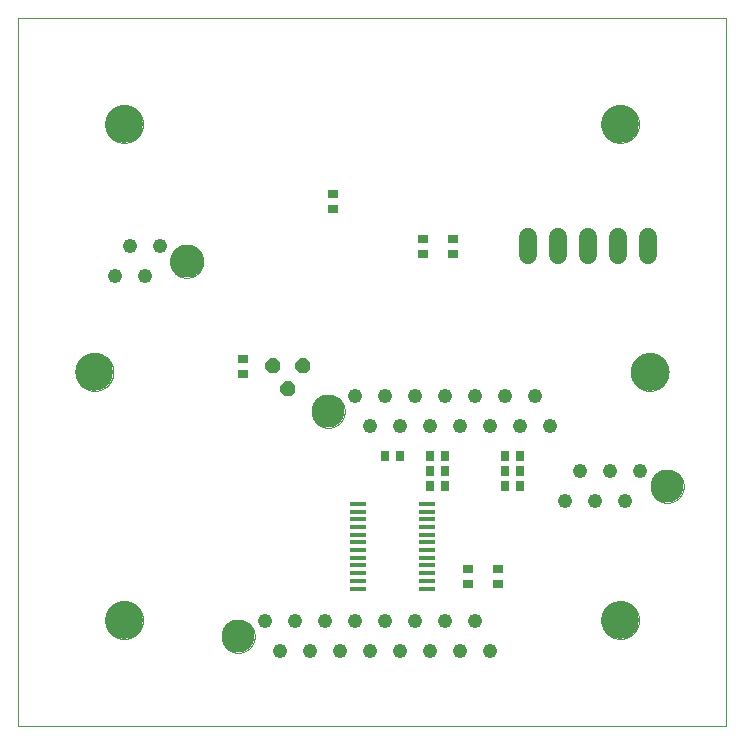
<source format=gbs>
G75*
%MOIN*%
%OFA0B0*%
%FSLAX25Y25*%
%IPPOS*%
%LPD*%
%AMOC8*
5,1,8,0,0,1.08239X$1,22.5*
%
%ADD10C,0.00000*%
%ADD11C,0.12598*%
%ADD12C,0.11024*%
%ADD13C,0.06000*%
%ADD14R,0.03543X0.02756*%
%ADD15R,0.02756X0.03543*%
%ADD16C,0.04800*%
%ADD17R,0.05800X0.01400*%
%ADD18OC8,0.05000*%
D10*
X0001000Y0001000D02*
X0001000Y0237220D01*
X0237220Y0237220D01*
X0237220Y0001000D01*
X0001000Y0001000D01*
X0030134Y0036433D02*
X0030136Y0036591D01*
X0030142Y0036749D01*
X0030152Y0036907D01*
X0030166Y0037065D01*
X0030184Y0037222D01*
X0030205Y0037379D01*
X0030231Y0037535D01*
X0030261Y0037691D01*
X0030294Y0037846D01*
X0030332Y0037999D01*
X0030373Y0038152D01*
X0030418Y0038304D01*
X0030467Y0038455D01*
X0030520Y0038604D01*
X0030576Y0038752D01*
X0030636Y0038898D01*
X0030700Y0039043D01*
X0030768Y0039186D01*
X0030839Y0039328D01*
X0030913Y0039468D01*
X0030991Y0039605D01*
X0031073Y0039741D01*
X0031157Y0039875D01*
X0031246Y0040006D01*
X0031337Y0040135D01*
X0031432Y0040262D01*
X0031529Y0040387D01*
X0031630Y0040509D01*
X0031734Y0040628D01*
X0031841Y0040745D01*
X0031951Y0040859D01*
X0032064Y0040970D01*
X0032179Y0041079D01*
X0032297Y0041184D01*
X0032418Y0041286D01*
X0032541Y0041386D01*
X0032667Y0041482D01*
X0032795Y0041575D01*
X0032925Y0041665D01*
X0033058Y0041751D01*
X0033193Y0041835D01*
X0033329Y0041914D01*
X0033468Y0041991D01*
X0033609Y0042063D01*
X0033751Y0042133D01*
X0033895Y0042198D01*
X0034041Y0042260D01*
X0034188Y0042318D01*
X0034337Y0042373D01*
X0034487Y0042424D01*
X0034638Y0042471D01*
X0034790Y0042514D01*
X0034943Y0042553D01*
X0035098Y0042589D01*
X0035253Y0042620D01*
X0035409Y0042648D01*
X0035565Y0042672D01*
X0035722Y0042692D01*
X0035880Y0042708D01*
X0036037Y0042720D01*
X0036196Y0042728D01*
X0036354Y0042732D01*
X0036512Y0042732D01*
X0036670Y0042728D01*
X0036829Y0042720D01*
X0036986Y0042708D01*
X0037144Y0042692D01*
X0037301Y0042672D01*
X0037457Y0042648D01*
X0037613Y0042620D01*
X0037768Y0042589D01*
X0037923Y0042553D01*
X0038076Y0042514D01*
X0038228Y0042471D01*
X0038379Y0042424D01*
X0038529Y0042373D01*
X0038678Y0042318D01*
X0038825Y0042260D01*
X0038971Y0042198D01*
X0039115Y0042133D01*
X0039257Y0042063D01*
X0039398Y0041991D01*
X0039537Y0041914D01*
X0039673Y0041835D01*
X0039808Y0041751D01*
X0039941Y0041665D01*
X0040071Y0041575D01*
X0040199Y0041482D01*
X0040325Y0041386D01*
X0040448Y0041286D01*
X0040569Y0041184D01*
X0040687Y0041079D01*
X0040802Y0040970D01*
X0040915Y0040859D01*
X0041025Y0040745D01*
X0041132Y0040628D01*
X0041236Y0040509D01*
X0041337Y0040387D01*
X0041434Y0040262D01*
X0041529Y0040135D01*
X0041620Y0040006D01*
X0041709Y0039875D01*
X0041793Y0039741D01*
X0041875Y0039605D01*
X0041953Y0039468D01*
X0042027Y0039328D01*
X0042098Y0039186D01*
X0042166Y0039043D01*
X0042230Y0038898D01*
X0042290Y0038752D01*
X0042346Y0038604D01*
X0042399Y0038455D01*
X0042448Y0038304D01*
X0042493Y0038152D01*
X0042534Y0037999D01*
X0042572Y0037846D01*
X0042605Y0037691D01*
X0042635Y0037535D01*
X0042661Y0037379D01*
X0042682Y0037222D01*
X0042700Y0037065D01*
X0042714Y0036907D01*
X0042724Y0036749D01*
X0042730Y0036591D01*
X0042732Y0036433D01*
X0042730Y0036275D01*
X0042724Y0036117D01*
X0042714Y0035959D01*
X0042700Y0035801D01*
X0042682Y0035644D01*
X0042661Y0035487D01*
X0042635Y0035331D01*
X0042605Y0035175D01*
X0042572Y0035020D01*
X0042534Y0034867D01*
X0042493Y0034714D01*
X0042448Y0034562D01*
X0042399Y0034411D01*
X0042346Y0034262D01*
X0042290Y0034114D01*
X0042230Y0033968D01*
X0042166Y0033823D01*
X0042098Y0033680D01*
X0042027Y0033538D01*
X0041953Y0033398D01*
X0041875Y0033261D01*
X0041793Y0033125D01*
X0041709Y0032991D01*
X0041620Y0032860D01*
X0041529Y0032731D01*
X0041434Y0032604D01*
X0041337Y0032479D01*
X0041236Y0032357D01*
X0041132Y0032238D01*
X0041025Y0032121D01*
X0040915Y0032007D01*
X0040802Y0031896D01*
X0040687Y0031787D01*
X0040569Y0031682D01*
X0040448Y0031580D01*
X0040325Y0031480D01*
X0040199Y0031384D01*
X0040071Y0031291D01*
X0039941Y0031201D01*
X0039808Y0031115D01*
X0039673Y0031031D01*
X0039537Y0030952D01*
X0039398Y0030875D01*
X0039257Y0030803D01*
X0039115Y0030733D01*
X0038971Y0030668D01*
X0038825Y0030606D01*
X0038678Y0030548D01*
X0038529Y0030493D01*
X0038379Y0030442D01*
X0038228Y0030395D01*
X0038076Y0030352D01*
X0037923Y0030313D01*
X0037768Y0030277D01*
X0037613Y0030246D01*
X0037457Y0030218D01*
X0037301Y0030194D01*
X0037144Y0030174D01*
X0036986Y0030158D01*
X0036829Y0030146D01*
X0036670Y0030138D01*
X0036512Y0030134D01*
X0036354Y0030134D01*
X0036196Y0030138D01*
X0036037Y0030146D01*
X0035880Y0030158D01*
X0035722Y0030174D01*
X0035565Y0030194D01*
X0035409Y0030218D01*
X0035253Y0030246D01*
X0035098Y0030277D01*
X0034943Y0030313D01*
X0034790Y0030352D01*
X0034638Y0030395D01*
X0034487Y0030442D01*
X0034337Y0030493D01*
X0034188Y0030548D01*
X0034041Y0030606D01*
X0033895Y0030668D01*
X0033751Y0030733D01*
X0033609Y0030803D01*
X0033468Y0030875D01*
X0033329Y0030952D01*
X0033193Y0031031D01*
X0033058Y0031115D01*
X0032925Y0031201D01*
X0032795Y0031291D01*
X0032667Y0031384D01*
X0032541Y0031480D01*
X0032418Y0031580D01*
X0032297Y0031682D01*
X0032179Y0031787D01*
X0032064Y0031896D01*
X0031951Y0032007D01*
X0031841Y0032121D01*
X0031734Y0032238D01*
X0031630Y0032357D01*
X0031529Y0032479D01*
X0031432Y0032604D01*
X0031337Y0032731D01*
X0031246Y0032860D01*
X0031157Y0032991D01*
X0031073Y0033125D01*
X0030991Y0033261D01*
X0030913Y0033398D01*
X0030839Y0033538D01*
X0030768Y0033680D01*
X0030700Y0033823D01*
X0030636Y0033968D01*
X0030576Y0034114D01*
X0030520Y0034262D01*
X0030467Y0034411D01*
X0030418Y0034562D01*
X0030373Y0034714D01*
X0030332Y0034867D01*
X0030294Y0035020D01*
X0030261Y0035175D01*
X0030231Y0035331D01*
X0030205Y0035487D01*
X0030184Y0035644D01*
X0030166Y0035801D01*
X0030152Y0035959D01*
X0030142Y0036117D01*
X0030136Y0036275D01*
X0030134Y0036433D01*
X0068988Y0031000D02*
X0068990Y0031148D01*
X0068996Y0031296D01*
X0069006Y0031444D01*
X0069020Y0031591D01*
X0069038Y0031738D01*
X0069059Y0031884D01*
X0069085Y0032030D01*
X0069115Y0032175D01*
X0069148Y0032319D01*
X0069186Y0032462D01*
X0069227Y0032604D01*
X0069272Y0032745D01*
X0069320Y0032885D01*
X0069373Y0033024D01*
X0069429Y0033161D01*
X0069489Y0033296D01*
X0069552Y0033430D01*
X0069619Y0033562D01*
X0069690Y0033692D01*
X0069764Y0033820D01*
X0069841Y0033946D01*
X0069922Y0034070D01*
X0070006Y0034192D01*
X0070093Y0034311D01*
X0070184Y0034428D01*
X0070278Y0034543D01*
X0070374Y0034655D01*
X0070474Y0034765D01*
X0070576Y0034871D01*
X0070682Y0034975D01*
X0070790Y0035076D01*
X0070901Y0035174D01*
X0071014Y0035270D01*
X0071130Y0035362D01*
X0071248Y0035451D01*
X0071369Y0035536D01*
X0071492Y0035619D01*
X0071617Y0035698D01*
X0071744Y0035774D01*
X0071873Y0035846D01*
X0072004Y0035915D01*
X0072137Y0035980D01*
X0072272Y0036041D01*
X0072408Y0036099D01*
X0072545Y0036154D01*
X0072684Y0036204D01*
X0072825Y0036251D01*
X0072966Y0036294D01*
X0073109Y0036334D01*
X0073253Y0036369D01*
X0073397Y0036401D01*
X0073543Y0036428D01*
X0073689Y0036452D01*
X0073836Y0036472D01*
X0073983Y0036488D01*
X0074130Y0036500D01*
X0074278Y0036508D01*
X0074426Y0036512D01*
X0074574Y0036512D01*
X0074722Y0036508D01*
X0074870Y0036500D01*
X0075017Y0036488D01*
X0075164Y0036472D01*
X0075311Y0036452D01*
X0075457Y0036428D01*
X0075603Y0036401D01*
X0075747Y0036369D01*
X0075891Y0036334D01*
X0076034Y0036294D01*
X0076175Y0036251D01*
X0076316Y0036204D01*
X0076455Y0036154D01*
X0076592Y0036099D01*
X0076728Y0036041D01*
X0076863Y0035980D01*
X0076996Y0035915D01*
X0077127Y0035846D01*
X0077256Y0035774D01*
X0077383Y0035698D01*
X0077508Y0035619D01*
X0077631Y0035536D01*
X0077752Y0035451D01*
X0077870Y0035362D01*
X0077986Y0035270D01*
X0078099Y0035174D01*
X0078210Y0035076D01*
X0078318Y0034975D01*
X0078424Y0034871D01*
X0078526Y0034765D01*
X0078626Y0034655D01*
X0078722Y0034543D01*
X0078816Y0034428D01*
X0078907Y0034311D01*
X0078994Y0034192D01*
X0079078Y0034070D01*
X0079159Y0033946D01*
X0079236Y0033820D01*
X0079310Y0033692D01*
X0079381Y0033562D01*
X0079448Y0033430D01*
X0079511Y0033296D01*
X0079571Y0033161D01*
X0079627Y0033024D01*
X0079680Y0032885D01*
X0079728Y0032745D01*
X0079773Y0032604D01*
X0079814Y0032462D01*
X0079852Y0032319D01*
X0079885Y0032175D01*
X0079915Y0032030D01*
X0079941Y0031884D01*
X0079962Y0031738D01*
X0079980Y0031591D01*
X0079994Y0031444D01*
X0080004Y0031296D01*
X0080010Y0031148D01*
X0080012Y0031000D01*
X0080010Y0030852D01*
X0080004Y0030704D01*
X0079994Y0030556D01*
X0079980Y0030409D01*
X0079962Y0030262D01*
X0079941Y0030116D01*
X0079915Y0029970D01*
X0079885Y0029825D01*
X0079852Y0029681D01*
X0079814Y0029538D01*
X0079773Y0029396D01*
X0079728Y0029255D01*
X0079680Y0029115D01*
X0079627Y0028976D01*
X0079571Y0028839D01*
X0079511Y0028704D01*
X0079448Y0028570D01*
X0079381Y0028438D01*
X0079310Y0028308D01*
X0079236Y0028180D01*
X0079159Y0028054D01*
X0079078Y0027930D01*
X0078994Y0027808D01*
X0078907Y0027689D01*
X0078816Y0027572D01*
X0078722Y0027457D01*
X0078626Y0027345D01*
X0078526Y0027235D01*
X0078424Y0027129D01*
X0078318Y0027025D01*
X0078210Y0026924D01*
X0078099Y0026826D01*
X0077986Y0026730D01*
X0077870Y0026638D01*
X0077752Y0026549D01*
X0077631Y0026464D01*
X0077508Y0026381D01*
X0077383Y0026302D01*
X0077256Y0026226D01*
X0077127Y0026154D01*
X0076996Y0026085D01*
X0076863Y0026020D01*
X0076728Y0025959D01*
X0076592Y0025901D01*
X0076455Y0025846D01*
X0076316Y0025796D01*
X0076175Y0025749D01*
X0076034Y0025706D01*
X0075891Y0025666D01*
X0075747Y0025631D01*
X0075603Y0025599D01*
X0075457Y0025572D01*
X0075311Y0025548D01*
X0075164Y0025528D01*
X0075017Y0025512D01*
X0074870Y0025500D01*
X0074722Y0025492D01*
X0074574Y0025488D01*
X0074426Y0025488D01*
X0074278Y0025492D01*
X0074130Y0025500D01*
X0073983Y0025512D01*
X0073836Y0025528D01*
X0073689Y0025548D01*
X0073543Y0025572D01*
X0073397Y0025599D01*
X0073253Y0025631D01*
X0073109Y0025666D01*
X0072966Y0025706D01*
X0072825Y0025749D01*
X0072684Y0025796D01*
X0072545Y0025846D01*
X0072408Y0025901D01*
X0072272Y0025959D01*
X0072137Y0026020D01*
X0072004Y0026085D01*
X0071873Y0026154D01*
X0071744Y0026226D01*
X0071617Y0026302D01*
X0071492Y0026381D01*
X0071369Y0026464D01*
X0071248Y0026549D01*
X0071130Y0026638D01*
X0071014Y0026730D01*
X0070901Y0026826D01*
X0070790Y0026924D01*
X0070682Y0027025D01*
X0070576Y0027129D01*
X0070474Y0027235D01*
X0070374Y0027345D01*
X0070278Y0027457D01*
X0070184Y0027572D01*
X0070093Y0027689D01*
X0070006Y0027808D01*
X0069922Y0027930D01*
X0069841Y0028054D01*
X0069764Y0028180D01*
X0069690Y0028308D01*
X0069619Y0028438D01*
X0069552Y0028570D01*
X0069489Y0028704D01*
X0069429Y0028839D01*
X0069373Y0028976D01*
X0069320Y0029115D01*
X0069272Y0029255D01*
X0069227Y0029396D01*
X0069186Y0029538D01*
X0069148Y0029681D01*
X0069115Y0029825D01*
X0069085Y0029970D01*
X0069059Y0030116D01*
X0069038Y0030262D01*
X0069020Y0030409D01*
X0069006Y0030556D01*
X0068996Y0030704D01*
X0068990Y0030852D01*
X0068988Y0031000D01*
X0098988Y0106000D02*
X0098990Y0106148D01*
X0098996Y0106296D01*
X0099006Y0106444D01*
X0099020Y0106591D01*
X0099038Y0106738D01*
X0099059Y0106884D01*
X0099085Y0107030D01*
X0099115Y0107175D01*
X0099148Y0107319D01*
X0099186Y0107462D01*
X0099227Y0107604D01*
X0099272Y0107745D01*
X0099320Y0107885D01*
X0099373Y0108024D01*
X0099429Y0108161D01*
X0099489Y0108296D01*
X0099552Y0108430D01*
X0099619Y0108562D01*
X0099690Y0108692D01*
X0099764Y0108820D01*
X0099841Y0108946D01*
X0099922Y0109070D01*
X0100006Y0109192D01*
X0100093Y0109311D01*
X0100184Y0109428D01*
X0100278Y0109543D01*
X0100374Y0109655D01*
X0100474Y0109765D01*
X0100576Y0109871D01*
X0100682Y0109975D01*
X0100790Y0110076D01*
X0100901Y0110174D01*
X0101014Y0110270D01*
X0101130Y0110362D01*
X0101248Y0110451D01*
X0101369Y0110536D01*
X0101492Y0110619D01*
X0101617Y0110698D01*
X0101744Y0110774D01*
X0101873Y0110846D01*
X0102004Y0110915D01*
X0102137Y0110980D01*
X0102272Y0111041D01*
X0102408Y0111099D01*
X0102545Y0111154D01*
X0102684Y0111204D01*
X0102825Y0111251D01*
X0102966Y0111294D01*
X0103109Y0111334D01*
X0103253Y0111369D01*
X0103397Y0111401D01*
X0103543Y0111428D01*
X0103689Y0111452D01*
X0103836Y0111472D01*
X0103983Y0111488D01*
X0104130Y0111500D01*
X0104278Y0111508D01*
X0104426Y0111512D01*
X0104574Y0111512D01*
X0104722Y0111508D01*
X0104870Y0111500D01*
X0105017Y0111488D01*
X0105164Y0111472D01*
X0105311Y0111452D01*
X0105457Y0111428D01*
X0105603Y0111401D01*
X0105747Y0111369D01*
X0105891Y0111334D01*
X0106034Y0111294D01*
X0106175Y0111251D01*
X0106316Y0111204D01*
X0106455Y0111154D01*
X0106592Y0111099D01*
X0106728Y0111041D01*
X0106863Y0110980D01*
X0106996Y0110915D01*
X0107127Y0110846D01*
X0107256Y0110774D01*
X0107383Y0110698D01*
X0107508Y0110619D01*
X0107631Y0110536D01*
X0107752Y0110451D01*
X0107870Y0110362D01*
X0107986Y0110270D01*
X0108099Y0110174D01*
X0108210Y0110076D01*
X0108318Y0109975D01*
X0108424Y0109871D01*
X0108526Y0109765D01*
X0108626Y0109655D01*
X0108722Y0109543D01*
X0108816Y0109428D01*
X0108907Y0109311D01*
X0108994Y0109192D01*
X0109078Y0109070D01*
X0109159Y0108946D01*
X0109236Y0108820D01*
X0109310Y0108692D01*
X0109381Y0108562D01*
X0109448Y0108430D01*
X0109511Y0108296D01*
X0109571Y0108161D01*
X0109627Y0108024D01*
X0109680Y0107885D01*
X0109728Y0107745D01*
X0109773Y0107604D01*
X0109814Y0107462D01*
X0109852Y0107319D01*
X0109885Y0107175D01*
X0109915Y0107030D01*
X0109941Y0106884D01*
X0109962Y0106738D01*
X0109980Y0106591D01*
X0109994Y0106444D01*
X0110004Y0106296D01*
X0110010Y0106148D01*
X0110012Y0106000D01*
X0110010Y0105852D01*
X0110004Y0105704D01*
X0109994Y0105556D01*
X0109980Y0105409D01*
X0109962Y0105262D01*
X0109941Y0105116D01*
X0109915Y0104970D01*
X0109885Y0104825D01*
X0109852Y0104681D01*
X0109814Y0104538D01*
X0109773Y0104396D01*
X0109728Y0104255D01*
X0109680Y0104115D01*
X0109627Y0103976D01*
X0109571Y0103839D01*
X0109511Y0103704D01*
X0109448Y0103570D01*
X0109381Y0103438D01*
X0109310Y0103308D01*
X0109236Y0103180D01*
X0109159Y0103054D01*
X0109078Y0102930D01*
X0108994Y0102808D01*
X0108907Y0102689D01*
X0108816Y0102572D01*
X0108722Y0102457D01*
X0108626Y0102345D01*
X0108526Y0102235D01*
X0108424Y0102129D01*
X0108318Y0102025D01*
X0108210Y0101924D01*
X0108099Y0101826D01*
X0107986Y0101730D01*
X0107870Y0101638D01*
X0107752Y0101549D01*
X0107631Y0101464D01*
X0107508Y0101381D01*
X0107383Y0101302D01*
X0107256Y0101226D01*
X0107127Y0101154D01*
X0106996Y0101085D01*
X0106863Y0101020D01*
X0106728Y0100959D01*
X0106592Y0100901D01*
X0106455Y0100846D01*
X0106316Y0100796D01*
X0106175Y0100749D01*
X0106034Y0100706D01*
X0105891Y0100666D01*
X0105747Y0100631D01*
X0105603Y0100599D01*
X0105457Y0100572D01*
X0105311Y0100548D01*
X0105164Y0100528D01*
X0105017Y0100512D01*
X0104870Y0100500D01*
X0104722Y0100492D01*
X0104574Y0100488D01*
X0104426Y0100488D01*
X0104278Y0100492D01*
X0104130Y0100500D01*
X0103983Y0100512D01*
X0103836Y0100528D01*
X0103689Y0100548D01*
X0103543Y0100572D01*
X0103397Y0100599D01*
X0103253Y0100631D01*
X0103109Y0100666D01*
X0102966Y0100706D01*
X0102825Y0100749D01*
X0102684Y0100796D01*
X0102545Y0100846D01*
X0102408Y0100901D01*
X0102272Y0100959D01*
X0102137Y0101020D01*
X0102004Y0101085D01*
X0101873Y0101154D01*
X0101744Y0101226D01*
X0101617Y0101302D01*
X0101492Y0101381D01*
X0101369Y0101464D01*
X0101248Y0101549D01*
X0101130Y0101638D01*
X0101014Y0101730D01*
X0100901Y0101826D01*
X0100790Y0101924D01*
X0100682Y0102025D01*
X0100576Y0102129D01*
X0100474Y0102235D01*
X0100374Y0102345D01*
X0100278Y0102457D01*
X0100184Y0102572D01*
X0100093Y0102689D01*
X0100006Y0102808D01*
X0099922Y0102930D01*
X0099841Y0103054D01*
X0099764Y0103180D01*
X0099690Y0103308D01*
X0099619Y0103438D01*
X0099552Y0103570D01*
X0099489Y0103704D01*
X0099429Y0103839D01*
X0099373Y0103976D01*
X0099320Y0104115D01*
X0099272Y0104255D01*
X0099227Y0104396D01*
X0099186Y0104538D01*
X0099148Y0104681D01*
X0099115Y0104825D01*
X0099085Y0104970D01*
X0099059Y0105116D01*
X0099038Y0105262D01*
X0099020Y0105409D01*
X0099006Y0105556D01*
X0098996Y0105704D01*
X0098990Y0105852D01*
X0098988Y0106000D01*
X0051788Y0156000D02*
X0051790Y0156148D01*
X0051796Y0156296D01*
X0051806Y0156444D01*
X0051820Y0156591D01*
X0051838Y0156738D01*
X0051859Y0156884D01*
X0051885Y0157030D01*
X0051915Y0157175D01*
X0051948Y0157319D01*
X0051986Y0157462D01*
X0052027Y0157604D01*
X0052072Y0157745D01*
X0052120Y0157885D01*
X0052173Y0158024D01*
X0052229Y0158161D01*
X0052289Y0158296D01*
X0052352Y0158430D01*
X0052419Y0158562D01*
X0052490Y0158692D01*
X0052564Y0158820D01*
X0052641Y0158946D01*
X0052722Y0159070D01*
X0052806Y0159192D01*
X0052893Y0159311D01*
X0052984Y0159428D01*
X0053078Y0159543D01*
X0053174Y0159655D01*
X0053274Y0159765D01*
X0053376Y0159871D01*
X0053482Y0159975D01*
X0053590Y0160076D01*
X0053701Y0160174D01*
X0053814Y0160270D01*
X0053930Y0160362D01*
X0054048Y0160451D01*
X0054169Y0160536D01*
X0054292Y0160619D01*
X0054417Y0160698D01*
X0054544Y0160774D01*
X0054673Y0160846D01*
X0054804Y0160915D01*
X0054937Y0160980D01*
X0055072Y0161041D01*
X0055208Y0161099D01*
X0055345Y0161154D01*
X0055484Y0161204D01*
X0055625Y0161251D01*
X0055766Y0161294D01*
X0055909Y0161334D01*
X0056053Y0161369D01*
X0056197Y0161401D01*
X0056343Y0161428D01*
X0056489Y0161452D01*
X0056636Y0161472D01*
X0056783Y0161488D01*
X0056930Y0161500D01*
X0057078Y0161508D01*
X0057226Y0161512D01*
X0057374Y0161512D01*
X0057522Y0161508D01*
X0057670Y0161500D01*
X0057817Y0161488D01*
X0057964Y0161472D01*
X0058111Y0161452D01*
X0058257Y0161428D01*
X0058403Y0161401D01*
X0058547Y0161369D01*
X0058691Y0161334D01*
X0058834Y0161294D01*
X0058975Y0161251D01*
X0059116Y0161204D01*
X0059255Y0161154D01*
X0059392Y0161099D01*
X0059528Y0161041D01*
X0059663Y0160980D01*
X0059796Y0160915D01*
X0059927Y0160846D01*
X0060056Y0160774D01*
X0060183Y0160698D01*
X0060308Y0160619D01*
X0060431Y0160536D01*
X0060552Y0160451D01*
X0060670Y0160362D01*
X0060786Y0160270D01*
X0060899Y0160174D01*
X0061010Y0160076D01*
X0061118Y0159975D01*
X0061224Y0159871D01*
X0061326Y0159765D01*
X0061426Y0159655D01*
X0061522Y0159543D01*
X0061616Y0159428D01*
X0061707Y0159311D01*
X0061794Y0159192D01*
X0061878Y0159070D01*
X0061959Y0158946D01*
X0062036Y0158820D01*
X0062110Y0158692D01*
X0062181Y0158562D01*
X0062248Y0158430D01*
X0062311Y0158296D01*
X0062371Y0158161D01*
X0062427Y0158024D01*
X0062480Y0157885D01*
X0062528Y0157745D01*
X0062573Y0157604D01*
X0062614Y0157462D01*
X0062652Y0157319D01*
X0062685Y0157175D01*
X0062715Y0157030D01*
X0062741Y0156884D01*
X0062762Y0156738D01*
X0062780Y0156591D01*
X0062794Y0156444D01*
X0062804Y0156296D01*
X0062810Y0156148D01*
X0062812Y0156000D01*
X0062810Y0155852D01*
X0062804Y0155704D01*
X0062794Y0155556D01*
X0062780Y0155409D01*
X0062762Y0155262D01*
X0062741Y0155116D01*
X0062715Y0154970D01*
X0062685Y0154825D01*
X0062652Y0154681D01*
X0062614Y0154538D01*
X0062573Y0154396D01*
X0062528Y0154255D01*
X0062480Y0154115D01*
X0062427Y0153976D01*
X0062371Y0153839D01*
X0062311Y0153704D01*
X0062248Y0153570D01*
X0062181Y0153438D01*
X0062110Y0153308D01*
X0062036Y0153180D01*
X0061959Y0153054D01*
X0061878Y0152930D01*
X0061794Y0152808D01*
X0061707Y0152689D01*
X0061616Y0152572D01*
X0061522Y0152457D01*
X0061426Y0152345D01*
X0061326Y0152235D01*
X0061224Y0152129D01*
X0061118Y0152025D01*
X0061010Y0151924D01*
X0060899Y0151826D01*
X0060786Y0151730D01*
X0060670Y0151638D01*
X0060552Y0151549D01*
X0060431Y0151464D01*
X0060308Y0151381D01*
X0060183Y0151302D01*
X0060056Y0151226D01*
X0059927Y0151154D01*
X0059796Y0151085D01*
X0059663Y0151020D01*
X0059528Y0150959D01*
X0059392Y0150901D01*
X0059255Y0150846D01*
X0059116Y0150796D01*
X0058975Y0150749D01*
X0058834Y0150706D01*
X0058691Y0150666D01*
X0058547Y0150631D01*
X0058403Y0150599D01*
X0058257Y0150572D01*
X0058111Y0150548D01*
X0057964Y0150528D01*
X0057817Y0150512D01*
X0057670Y0150500D01*
X0057522Y0150492D01*
X0057374Y0150488D01*
X0057226Y0150488D01*
X0057078Y0150492D01*
X0056930Y0150500D01*
X0056783Y0150512D01*
X0056636Y0150528D01*
X0056489Y0150548D01*
X0056343Y0150572D01*
X0056197Y0150599D01*
X0056053Y0150631D01*
X0055909Y0150666D01*
X0055766Y0150706D01*
X0055625Y0150749D01*
X0055484Y0150796D01*
X0055345Y0150846D01*
X0055208Y0150901D01*
X0055072Y0150959D01*
X0054937Y0151020D01*
X0054804Y0151085D01*
X0054673Y0151154D01*
X0054544Y0151226D01*
X0054417Y0151302D01*
X0054292Y0151381D01*
X0054169Y0151464D01*
X0054048Y0151549D01*
X0053930Y0151638D01*
X0053814Y0151730D01*
X0053701Y0151826D01*
X0053590Y0151924D01*
X0053482Y0152025D01*
X0053376Y0152129D01*
X0053274Y0152235D01*
X0053174Y0152345D01*
X0053078Y0152457D01*
X0052984Y0152572D01*
X0052893Y0152689D01*
X0052806Y0152808D01*
X0052722Y0152930D01*
X0052641Y0153054D01*
X0052564Y0153180D01*
X0052490Y0153308D01*
X0052419Y0153438D01*
X0052352Y0153570D01*
X0052289Y0153704D01*
X0052229Y0153839D01*
X0052173Y0153976D01*
X0052120Y0154115D01*
X0052072Y0154255D01*
X0052027Y0154396D01*
X0051986Y0154538D01*
X0051948Y0154681D01*
X0051915Y0154825D01*
X0051885Y0154970D01*
X0051859Y0155116D01*
X0051838Y0155262D01*
X0051820Y0155409D01*
X0051806Y0155556D01*
X0051796Y0155704D01*
X0051790Y0155852D01*
X0051788Y0156000D01*
X0020292Y0119110D02*
X0020294Y0119268D01*
X0020300Y0119426D01*
X0020310Y0119584D01*
X0020324Y0119742D01*
X0020342Y0119899D01*
X0020363Y0120056D01*
X0020389Y0120212D01*
X0020419Y0120368D01*
X0020452Y0120523D01*
X0020490Y0120676D01*
X0020531Y0120829D01*
X0020576Y0120981D01*
X0020625Y0121132D01*
X0020678Y0121281D01*
X0020734Y0121429D01*
X0020794Y0121575D01*
X0020858Y0121720D01*
X0020926Y0121863D01*
X0020997Y0122005D01*
X0021071Y0122145D01*
X0021149Y0122282D01*
X0021231Y0122418D01*
X0021315Y0122552D01*
X0021404Y0122683D01*
X0021495Y0122812D01*
X0021590Y0122939D01*
X0021687Y0123064D01*
X0021788Y0123186D01*
X0021892Y0123305D01*
X0021999Y0123422D01*
X0022109Y0123536D01*
X0022222Y0123647D01*
X0022337Y0123756D01*
X0022455Y0123861D01*
X0022576Y0123963D01*
X0022699Y0124063D01*
X0022825Y0124159D01*
X0022953Y0124252D01*
X0023083Y0124342D01*
X0023216Y0124428D01*
X0023351Y0124512D01*
X0023487Y0124591D01*
X0023626Y0124668D01*
X0023767Y0124740D01*
X0023909Y0124810D01*
X0024053Y0124875D01*
X0024199Y0124937D01*
X0024346Y0124995D01*
X0024495Y0125050D01*
X0024645Y0125101D01*
X0024796Y0125148D01*
X0024948Y0125191D01*
X0025101Y0125230D01*
X0025256Y0125266D01*
X0025411Y0125297D01*
X0025567Y0125325D01*
X0025723Y0125349D01*
X0025880Y0125369D01*
X0026038Y0125385D01*
X0026195Y0125397D01*
X0026354Y0125405D01*
X0026512Y0125409D01*
X0026670Y0125409D01*
X0026828Y0125405D01*
X0026987Y0125397D01*
X0027144Y0125385D01*
X0027302Y0125369D01*
X0027459Y0125349D01*
X0027615Y0125325D01*
X0027771Y0125297D01*
X0027926Y0125266D01*
X0028081Y0125230D01*
X0028234Y0125191D01*
X0028386Y0125148D01*
X0028537Y0125101D01*
X0028687Y0125050D01*
X0028836Y0124995D01*
X0028983Y0124937D01*
X0029129Y0124875D01*
X0029273Y0124810D01*
X0029415Y0124740D01*
X0029556Y0124668D01*
X0029695Y0124591D01*
X0029831Y0124512D01*
X0029966Y0124428D01*
X0030099Y0124342D01*
X0030229Y0124252D01*
X0030357Y0124159D01*
X0030483Y0124063D01*
X0030606Y0123963D01*
X0030727Y0123861D01*
X0030845Y0123756D01*
X0030960Y0123647D01*
X0031073Y0123536D01*
X0031183Y0123422D01*
X0031290Y0123305D01*
X0031394Y0123186D01*
X0031495Y0123064D01*
X0031592Y0122939D01*
X0031687Y0122812D01*
X0031778Y0122683D01*
X0031867Y0122552D01*
X0031951Y0122418D01*
X0032033Y0122282D01*
X0032111Y0122145D01*
X0032185Y0122005D01*
X0032256Y0121863D01*
X0032324Y0121720D01*
X0032388Y0121575D01*
X0032448Y0121429D01*
X0032504Y0121281D01*
X0032557Y0121132D01*
X0032606Y0120981D01*
X0032651Y0120829D01*
X0032692Y0120676D01*
X0032730Y0120523D01*
X0032763Y0120368D01*
X0032793Y0120212D01*
X0032819Y0120056D01*
X0032840Y0119899D01*
X0032858Y0119742D01*
X0032872Y0119584D01*
X0032882Y0119426D01*
X0032888Y0119268D01*
X0032890Y0119110D01*
X0032888Y0118952D01*
X0032882Y0118794D01*
X0032872Y0118636D01*
X0032858Y0118478D01*
X0032840Y0118321D01*
X0032819Y0118164D01*
X0032793Y0118008D01*
X0032763Y0117852D01*
X0032730Y0117697D01*
X0032692Y0117544D01*
X0032651Y0117391D01*
X0032606Y0117239D01*
X0032557Y0117088D01*
X0032504Y0116939D01*
X0032448Y0116791D01*
X0032388Y0116645D01*
X0032324Y0116500D01*
X0032256Y0116357D01*
X0032185Y0116215D01*
X0032111Y0116075D01*
X0032033Y0115938D01*
X0031951Y0115802D01*
X0031867Y0115668D01*
X0031778Y0115537D01*
X0031687Y0115408D01*
X0031592Y0115281D01*
X0031495Y0115156D01*
X0031394Y0115034D01*
X0031290Y0114915D01*
X0031183Y0114798D01*
X0031073Y0114684D01*
X0030960Y0114573D01*
X0030845Y0114464D01*
X0030727Y0114359D01*
X0030606Y0114257D01*
X0030483Y0114157D01*
X0030357Y0114061D01*
X0030229Y0113968D01*
X0030099Y0113878D01*
X0029966Y0113792D01*
X0029831Y0113708D01*
X0029695Y0113629D01*
X0029556Y0113552D01*
X0029415Y0113480D01*
X0029273Y0113410D01*
X0029129Y0113345D01*
X0028983Y0113283D01*
X0028836Y0113225D01*
X0028687Y0113170D01*
X0028537Y0113119D01*
X0028386Y0113072D01*
X0028234Y0113029D01*
X0028081Y0112990D01*
X0027926Y0112954D01*
X0027771Y0112923D01*
X0027615Y0112895D01*
X0027459Y0112871D01*
X0027302Y0112851D01*
X0027144Y0112835D01*
X0026987Y0112823D01*
X0026828Y0112815D01*
X0026670Y0112811D01*
X0026512Y0112811D01*
X0026354Y0112815D01*
X0026195Y0112823D01*
X0026038Y0112835D01*
X0025880Y0112851D01*
X0025723Y0112871D01*
X0025567Y0112895D01*
X0025411Y0112923D01*
X0025256Y0112954D01*
X0025101Y0112990D01*
X0024948Y0113029D01*
X0024796Y0113072D01*
X0024645Y0113119D01*
X0024495Y0113170D01*
X0024346Y0113225D01*
X0024199Y0113283D01*
X0024053Y0113345D01*
X0023909Y0113410D01*
X0023767Y0113480D01*
X0023626Y0113552D01*
X0023487Y0113629D01*
X0023351Y0113708D01*
X0023216Y0113792D01*
X0023083Y0113878D01*
X0022953Y0113968D01*
X0022825Y0114061D01*
X0022699Y0114157D01*
X0022576Y0114257D01*
X0022455Y0114359D01*
X0022337Y0114464D01*
X0022222Y0114573D01*
X0022109Y0114684D01*
X0021999Y0114798D01*
X0021892Y0114915D01*
X0021788Y0115034D01*
X0021687Y0115156D01*
X0021590Y0115281D01*
X0021495Y0115408D01*
X0021404Y0115537D01*
X0021315Y0115668D01*
X0021231Y0115802D01*
X0021149Y0115938D01*
X0021071Y0116075D01*
X0020997Y0116215D01*
X0020926Y0116357D01*
X0020858Y0116500D01*
X0020794Y0116645D01*
X0020734Y0116791D01*
X0020678Y0116939D01*
X0020625Y0117088D01*
X0020576Y0117239D01*
X0020531Y0117391D01*
X0020490Y0117544D01*
X0020452Y0117697D01*
X0020419Y0117852D01*
X0020389Y0118008D01*
X0020363Y0118164D01*
X0020342Y0118321D01*
X0020324Y0118478D01*
X0020310Y0118636D01*
X0020300Y0118794D01*
X0020294Y0118952D01*
X0020292Y0119110D01*
X0030134Y0201787D02*
X0030136Y0201945D01*
X0030142Y0202103D01*
X0030152Y0202261D01*
X0030166Y0202419D01*
X0030184Y0202576D01*
X0030205Y0202733D01*
X0030231Y0202889D01*
X0030261Y0203045D01*
X0030294Y0203200D01*
X0030332Y0203353D01*
X0030373Y0203506D01*
X0030418Y0203658D01*
X0030467Y0203809D01*
X0030520Y0203958D01*
X0030576Y0204106D01*
X0030636Y0204252D01*
X0030700Y0204397D01*
X0030768Y0204540D01*
X0030839Y0204682D01*
X0030913Y0204822D01*
X0030991Y0204959D01*
X0031073Y0205095D01*
X0031157Y0205229D01*
X0031246Y0205360D01*
X0031337Y0205489D01*
X0031432Y0205616D01*
X0031529Y0205741D01*
X0031630Y0205863D01*
X0031734Y0205982D01*
X0031841Y0206099D01*
X0031951Y0206213D01*
X0032064Y0206324D01*
X0032179Y0206433D01*
X0032297Y0206538D01*
X0032418Y0206640D01*
X0032541Y0206740D01*
X0032667Y0206836D01*
X0032795Y0206929D01*
X0032925Y0207019D01*
X0033058Y0207105D01*
X0033193Y0207189D01*
X0033329Y0207268D01*
X0033468Y0207345D01*
X0033609Y0207417D01*
X0033751Y0207487D01*
X0033895Y0207552D01*
X0034041Y0207614D01*
X0034188Y0207672D01*
X0034337Y0207727D01*
X0034487Y0207778D01*
X0034638Y0207825D01*
X0034790Y0207868D01*
X0034943Y0207907D01*
X0035098Y0207943D01*
X0035253Y0207974D01*
X0035409Y0208002D01*
X0035565Y0208026D01*
X0035722Y0208046D01*
X0035880Y0208062D01*
X0036037Y0208074D01*
X0036196Y0208082D01*
X0036354Y0208086D01*
X0036512Y0208086D01*
X0036670Y0208082D01*
X0036829Y0208074D01*
X0036986Y0208062D01*
X0037144Y0208046D01*
X0037301Y0208026D01*
X0037457Y0208002D01*
X0037613Y0207974D01*
X0037768Y0207943D01*
X0037923Y0207907D01*
X0038076Y0207868D01*
X0038228Y0207825D01*
X0038379Y0207778D01*
X0038529Y0207727D01*
X0038678Y0207672D01*
X0038825Y0207614D01*
X0038971Y0207552D01*
X0039115Y0207487D01*
X0039257Y0207417D01*
X0039398Y0207345D01*
X0039537Y0207268D01*
X0039673Y0207189D01*
X0039808Y0207105D01*
X0039941Y0207019D01*
X0040071Y0206929D01*
X0040199Y0206836D01*
X0040325Y0206740D01*
X0040448Y0206640D01*
X0040569Y0206538D01*
X0040687Y0206433D01*
X0040802Y0206324D01*
X0040915Y0206213D01*
X0041025Y0206099D01*
X0041132Y0205982D01*
X0041236Y0205863D01*
X0041337Y0205741D01*
X0041434Y0205616D01*
X0041529Y0205489D01*
X0041620Y0205360D01*
X0041709Y0205229D01*
X0041793Y0205095D01*
X0041875Y0204959D01*
X0041953Y0204822D01*
X0042027Y0204682D01*
X0042098Y0204540D01*
X0042166Y0204397D01*
X0042230Y0204252D01*
X0042290Y0204106D01*
X0042346Y0203958D01*
X0042399Y0203809D01*
X0042448Y0203658D01*
X0042493Y0203506D01*
X0042534Y0203353D01*
X0042572Y0203200D01*
X0042605Y0203045D01*
X0042635Y0202889D01*
X0042661Y0202733D01*
X0042682Y0202576D01*
X0042700Y0202419D01*
X0042714Y0202261D01*
X0042724Y0202103D01*
X0042730Y0201945D01*
X0042732Y0201787D01*
X0042730Y0201629D01*
X0042724Y0201471D01*
X0042714Y0201313D01*
X0042700Y0201155D01*
X0042682Y0200998D01*
X0042661Y0200841D01*
X0042635Y0200685D01*
X0042605Y0200529D01*
X0042572Y0200374D01*
X0042534Y0200221D01*
X0042493Y0200068D01*
X0042448Y0199916D01*
X0042399Y0199765D01*
X0042346Y0199616D01*
X0042290Y0199468D01*
X0042230Y0199322D01*
X0042166Y0199177D01*
X0042098Y0199034D01*
X0042027Y0198892D01*
X0041953Y0198752D01*
X0041875Y0198615D01*
X0041793Y0198479D01*
X0041709Y0198345D01*
X0041620Y0198214D01*
X0041529Y0198085D01*
X0041434Y0197958D01*
X0041337Y0197833D01*
X0041236Y0197711D01*
X0041132Y0197592D01*
X0041025Y0197475D01*
X0040915Y0197361D01*
X0040802Y0197250D01*
X0040687Y0197141D01*
X0040569Y0197036D01*
X0040448Y0196934D01*
X0040325Y0196834D01*
X0040199Y0196738D01*
X0040071Y0196645D01*
X0039941Y0196555D01*
X0039808Y0196469D01*
X0039673Y0196385D01*
X0039537Y0196306D01*
X0039398Y0196229D01*
X0039257Y0196157D01*
X0039115Y0196087D01*
X0038971Y0196022D01*
X0038825Y0195960D01*
X0038678Y0195902D01*
X0038529Y0195847D01*
X0038379Y0195796D01*
X0038228Y0195749D01*
X0038076Y0195706D01*
X0037923Y0195667D01*
X0037768Y0195631D01*
X0037613Y0195600D01*
X0037457Y0195572D01*
X0037301Y0195548D01*
X0037144Y0195528D01*
X0036986Y0195512D01*
X0036829Y0195500D01*
X0036670Y0195492D01*
X0036512Y0195488D01*
X0036354Y0195488D01*
X0036196Y0195492D01*
X0036037Y0195500D01*
X0035880Y0195512D01*
X0035722Y0195528D01*
X0035565Y0195548D01*
X0035409Y0195572D01*
X0035253Y0195600D01*
X0035098Y0195631D01*
X0034943Y0195667D01*
X0034790Y0195706D01*
X0034638Y0195749D01*
X0034487Y0195796D01*
X0034337Y0195847D01*
X0034188Y0195902D01*
X0034041Y0195960D01*
X0033895Y0196022D01*
X0033751Y0196087D01*
X0033609Y0196157D01*
X0033468Y0196229D01*
X0033329Y0196306D01*
X0033193Y0196385D01*
X0033058Y0196469D01*
X0032925Y0196555D01*
X0032795Y0196645D01*
X0032667Y0196738D01*
X0032541Y0196834D01*
X0032418Y0196934D01*
X0032297Y0197036D01*
X0032179Y0197141D01*
X0032064Y0197250D01*
X0031951Y0197361D01*
X0031841Y0197475D01*
X0031734Y0197592D01*
X0031630Y0197711D01*
X0031529Y0197833D01*
X0031432Y0197958D01*
X0031337Y0198085D01*
X0031246Y0198214D01*
X0031157Y0198345D01*
X0031073Y0198479D01*
X0030991Y0198615D01*
X0030913Y0198752D01*
X0030839Y0198892D01*
X0030768Y0199034D01*
X0030700Y0199177D01*
X0030636Y0199322D01*
X0030576Y0199468D01*
X0030520Y0199616D01*
X0030467Y0199765D01*
X0030418Y0199916D01*
X0030373Y0200068D01*
X0030332Y0200221D01*
X0030294Y0200374D01*
X0030261Y0200529D01*
X0030231Y0200685D01*
X0030205Y0200841D01*
X0030184Y0200998D01*
X0030166Y0201155D01*
X0030152Y0201313D01*
X0030142Y0201471D01*
X0030136Y0201629D01*
X0030134Y0201787D01*
X0195488Y0201787D02*
X0195490Y0201945D01*
X0195496Y0202103D01*
X0195506Y0202261D01*
X0195520Y0202419D01*
X0195538Y0202576D01*
X0195559Y0202733D01*
X0195585Y0202889D01*
X0195615Y0203045D01*
X0195648Y0203200D01*
X0195686Y0203353D01*
X0195727Y0203506D01*
X0195772Y0203658D01*
X0195821Y0203809D01*
X0195874Y0203958D01*
X0195930Y0204106D01*
X0195990Y0204252D01*
X0196054Y0204397D01*
X0196122Y0204540D01*
X0196193Y0204682D01*
X0196267Y0204822D01*
X0196345Y0204959D01*
X0196427Y0205095D01*
X0196511Y0205229D01*
X0196600Y0205360D01*
X0196691Y0205489D01*
X0196786Y0205616D01*
X0196883Y0205741D01*
X0196984Y0205863D01*
X0197088Y0205982D01*
X0197195Y0206099D01*
X0197305Y0206213D01*
X0197418Y0206324D01*
X0197533Y0206433D01*
X0197651Y0206538D01*
X0197772Y0206640D01*
X0197895Y0206740D01*
X0198021Y0206836D01*
X0198149Y0206929D01*
X0198279Y0207019D01*
X0198412Y0207105D01*
X0198547Y0207189D01*
X0198683Y0207268D01*
X0198822Y0207345D01*
X0198963Y0207417D01*
X0199105Y0207487D01*
X0199249Y0207552D01*
X0199395Y0207614D01*
X0199542Y0207672D01*
X0199691Y0207727D01*
X0199841Y0207778D01*
X0199992Y0207825D01*
X0200144Y0207868D01*
X0200297Y0207907D01*
X0200452Y0207943D01*
X0200607Y0207974D01*
X0200763Y0208002D01*
X0200919Y0208026D01*
X0201076Y0208046D01*
X0201234Y0208062D01*
X0201391Y0208074D01*
X0201550Y0208082D01*
X0201708Y0208086D01*
X0201866Y0208086D01*
X0202024Y0208082D01*
X0202183Y0208074D01*
X0202340Y0208062D01*
X0202498Y0208046D01*
X0202655Y0208026D01*
X0202811Y0208002D01*
X0202967Y0207974D01*
X0203122Y0207943D01*
X0203277Y0207907D01*
X0203430Y0207868D01*
X0203582Y0207825D01*
X0203733Y0207778D01*
X0203883Y0207727D01*
X0204032Y0207672D01*
X0204179Y0207614D01*
X0204325Y0207552D01*
X0204469Y0207487D01*
X0204611Y0207417D01*
X0204752Y0207345D01*
X0204891Y0207268D01*
X0205027Y0207189D01*
X0205162Y0207105D01*
X0205295Y0207019D01*
X0205425Y0206929D01*
X0205553Y0206836D01*
X0205679Y0206740D01*
X0205802Y0206640D01*
X0205923Y0206538D01*
X0206041Y0206433D01*
X0206156Y0206324D01*
X0206269Y0206213D01*
X0206379Y0206099D01*
X0206486Y0205982D01*
X0206590Y0205863D01*
X0206691Y0205741D01*
X0206788Y0205616D01*
X0206883Y0205489D01*
X0206974Y0205360D01*
X0207063Y0205229D01*
X0207147Y0205095D01*
X0207229Y0204959D01*
X0207307Y0204822D01*
X0207381Y0204682D01*
X0207452Y0204540D01*
X0207520Y0204397D01*
X0207584Y0204252D01*
X0207644Y0204106D01*
X0207700Y0203958D01*
X0207753Y0203809D01*
X0207802Y0203658D01*
X0207847Y0203506D01*
X0207888Y0203353D01*
X0207926Y0203200D01*
X0207959Y0203045D01*
X0207989Y0202889D01*
X0208015Y0202733D01*
X0208036Y0202576D01*
X0208054Y0202419D01*
X0208068Y0202261D01*
X0208078Y0202103D01*
X0208084Y0201945D01*
X0208086Y0201787D01*
X0208084Y0201629D01*
X0208078Y0201471D01*
X0208068Y0201313D01*
X0208054Y0201155D01*
X0208036Y0200998D01*
X0208015Y0200841D01*
X0207989Y0200685D01*
X0207959Y0200529D01*
X0207926Y0200374D01*
X0207888Y0200221D01*
X0207847Y0200068D01*
X0207802Y0199916D01*
X0207753Y0199765D01*
X0207700Y0199616D01*
X0207644Y0199468D01*
X0207584Y0199322D01*
X0207520Y0199177D01*
X0207452Y0199034D01*
X0207381Y0198892D01*
X0207307Y0198752D01*
X0207229Y0198615D01*
X0207147Y0198479D01*
X0207063Y0198345D01*
X0206974Y0198214D01*
X0206883Y0198085D01*
X0206788Y0197958D01*
X0206691Y0197833D01*
X0206590Y0197711D01*
X0206486Y0197592D01*
X0206379Y0197475D01*
X0206269Y0197361D01*
X0206156Y0197250D01*
X0206041Y0197141D01*
X0205923Y0197036D01*
X0205802Y0196934D01*
X0205679Y0196834D01*
X0205553Y0196738D01*
X0205425Y0196645D01*
X0205295Y0196555D01*
X0205162Y0196469D01*
X0205027Y0196385D01*
X0204891Y0196306D01*
X0204752Y0196229D01*
X0204611Y0196157D01*
X0204469Y0196087D01*
X0204325Y0196022D01*
X0204179Y0195960D01*
X0204032Y0195902D01*
X0203883Y0195847D01*
X0203733Y0195796D01*
X0203582Y0195749D01*
X0203430Y0195706D01*
X0203277Y0195667D01*
X0203122Y0195631D01*
X0202967Y0195600D01*
X0202811Y0195572D01*
X0202655Y0195548D01*
X0202498Y0195528D01*
X0202340Y0195512D01*
X0202183Y0195500D01*
X0202024Y0195492D01*
X0201866Y0195488D01*
X0201708Y0195488D01*
X0201550Y0195492D01*
X0201391Y0195500D01*
X0201234Y0195512D01*
X0201076Y0195528D01*
X0200919Y0195548D01*
X0200763Y0195572D01*
X0200607Y0195600D01*
X0200452Y0195631D01*
X0200297Y0195667D01*
X0200144Y0195706D01*
X0199992Y0195749D01*
X0199841Y0195796D01*
X0199691Y0195847D01*
X0199542Y0195902D01*
X0199395Y0195960D01*
X0199249Y0196022D01*
X0199105Y0196087D01*
X0198963Y0196157D01*
X0198822Y0196229D01*
X0198683Y0196306D01*
X0198547Y0196385D01*
X0198412Y0196469D01*
X0198279Y0196555D01*
X0198149Y0196645D01*
X0198021Y0196738D01*
X0197895Y0196834D01*
X0197772Y0196934D01*
X0197651Y0197036D01*
X0197533Y0197141D01*
X0197418Y0197250D01*
X0197305Y0197361D01*
X0197195Y0197475D01*
X0197088Y0197592D01*
X0196984Y0197711D01*
X0196883Y0197833D01*
X0196786Y0197958D01*
X0196691Y0198085D01*
X0196600Y0198214D01*
X0196511Y0198345D01*
X0196427Y0198479D01*
X0196345Y0198615D01*
X0196267Y0198752D01*
X0196193Y0198892D01*
X0196122Y0199034D01*
X0196054Y0199177D01*
X0195990Y0199322D01*
X0195930Y0199468D01*
X0195874Y0199616D01*
X0195821Y0199765D01*
X0195772Y0199916D01*
X0195727Y0200068D01*
X0195686Y0200221D01*
X0195648Y0200374D01*
X0195615Y0200529D01*
X0195585Y0200685D01*
X0195559Y0200841D01*
X0195538Y0200998D01*
X0195520Y0201155D01*
X0195506Y0201313D01*
X0195496Y0201471D01*
X0195490Y0201629D01*
X0195488Y0201787D01*
X0205331Y0119110D02*
X0205333Y0119268D01*
X0205339Y0119426D01*
X0205349Y0119584D01*
X0205363Y0119742D01*
X0205381Y0119899D01*
X0205402Y0120056D01*
X0205428Y0120212D01*
X0205458Y0120368D01*
X0205491Y0120523D01*
X0205529Y0120676D01*
X0205570Y0120829D01*
X0205615Y0120981D01*
X0205664Y0121132D01*
X0205717Y0121281D01*
X0205773Y0121429D01*
X0205833Y0121575D01*
X0205897Y0121720D01*
X0205965Y0121863D01*
X0206036Y0122005D01*
X0206110Y0122145D01*
X0206188Y0122282D01*
X0206270Y0122418D01*
X0206354Y0122552D01*
X0206443Y0122683D01*
X0206534Y0122812D01*
X0206629Y0122939D01*
X0206726Y0123064D01*
X0206827Y0123186D01*
X0206931Y0123305D01*
X0207038Y0123422D01*
X0207148Y0123536D01*
X0207261Y0123647D01*
X0207376Y0123756D01*
X0207494Y0123861D01*
X0207615Y0123963D01*
X0207738Y0124063D01*
X0207864Y0124159D01*
X0207992Y0124252D01*
X0208122Y0124342D01*
X0208255Y0124428D01*
X0208390Y0124512D01*
X0208526Y0124591D01*
X0208665Y0124668D01*
X0208806Y0124740D01*
X0208948Y0124810D01*
X0209092Y0124875D01*
X0209238Y0124937D01*
X0209385Y0124995D01*
X0209534Y0125050D01*
X0209684Y0125101D01*
X0209835Y0125148D01*
X0209987Y0125191D01*
X0210140Y0125230D01*
X0210295Y0125266D01*
X0210450Y0125297D01*
X0210606Y0125325D01*
X0210762Y0125349D01*
X0210919Y0125369D01*
X0211077Y0125385D01*
X0211234Y0125397D01*
X0211393Y0125405D01*
X0211551Y0125409D01*
X0211709Y0125409D01*
X0211867Y0125405D01*
X0212026Y0125397D01*
X0212183Y0125385D01*
X0212341Y0125369D01*
X0212498Y0125349D01*
X0212654Y0125325D01*
X0212810Y0125297D01*
X0212965Y0125266D01*
X0213120Y0125230D01*
X0213273Y0125191D01*
X0213425Y0125148D01*
X0213576Y0125101D01*
X0213726Y0125050D01*
X0213875Y0124995D01*
X0214022Y0124937D01*
X0214168Y0124875D01*
X0214312Y0124810D01*
X0214454Y0124740D01*
X0214595Y0124668D01*
X0214734Y0124591D01*
X0214870Y0124512D01*
X0215005Y0124428D01*
X0215138Y0124342D01*
X0215268Y0124252D01*
X0215396Y0124159D01*
X0215522Y0124063D01*
X0215645Y0123963D01*
X0215766Y0123861D01*
X0215884Y0123756D01*
X0215999Y0123647D01*
X0216112Y0123536D01*
X0216222Y0123422D01*
X0216329Y0123305D01*
X0216433Y0123186D01*
X0216534Y0123064D01*
X0216631Y0122939D01*
X0216726Y0122812D01*
X0216817Y0122683D01*
X0216906Y0122552D01*
X0216990Y0122418D01*
X0217072Y0122282D01*
X0217150Y0122145D01*
X0217224Y0122005D01*
X0217295Y0121863D01*
X0217363Y0121720D01*
X0217427Y0121575D01*
X0217487Y0121429D01*
X0217543Y0121281D01*
X0217596Y0121132D01*
X0217645Y0120981D01*
X0217690Y0120829D01*
X0217731Y0120676D01*
X0217769Y0120523D01*
X0217802Y0120368D01*
X0217832Y0120212D01*
X0217858Y0120056D01*
X0217879Y0119899D01*
X0217897Y0119742D01*
X0217911Y0119584D01*
X0217921Y0119426D01*
X0217927Y0119268D01*
X0217929Y0119110D01*
X0217927Y0118952D01*
X0217921Y0118794D01*
X0217911Y0118636D01*
X0217897Y0118478D01*
X0217879Y0118321D01*
X0217858Y0118164D01*
X0217832Y0118008D01*
X0217802Y0117852D01*
X0217769Y0117697D01*
X0217731Y0117544D01*
X0217690Y0117391D01*
X0217645Y0117239D01*
X0217596Y0117088D01*
X0217543Y0116939D01*
X0217487Y0116791D01*
X0217427Y0116645D01*
X0217363Y0116500D01*
X0217295Y0116357D01*
X0217224Y0116215D01*
X0217150Y0116075D01*
X0217072Y0115938D01*
X0216990Y0115802D01*
X0216906Y0115668D01*
X0216817Y0115537D01*
X0216726Y0115408D01*
X0216631Y0115281D01*
X0216534Y0115156D01*
X0216433Y0115034D01*
X0216329Y0114915D01*
X0216222Y0114798D01*
X0216112Y0114684D01*
X0215999Y0114573D01*
X0215884Y0114464D01*
X0215766Y0114359D01*
X0215645Y0114257D01*
X0215522Y0114157D01*
X0215396Y0114061D01*
X0215268Y0113968D01*
X0215138Y0113878D01*
X0215005Y0113792D01*
X0214870Y0113708D01*
X0214734Y0113629D01*
X0214595Y0113552D01*
X0214454Y0113480D01*
X0214312Y0113410D01*
X0214168Y0113345D01*
X0214022Y0113283D01*
X0213875Y0113225D01*
X0213726Y0113170D01*
X0213576Y0113119D01*
X0213425Y0113072D01*
X0213273Y0113029D01*
X0213120Y0112990D01*
X0212965Y0112954D01*
X0212810Y0112923D01*
X0212654Y0112895D01*
X0212498Y0112871D01*
X0212341Y0112851D01*
X0212183Y0112835D01*
X0212026Y0112823D01*
X0211867Y0112815D01*
X0211709Y0112811D01*
X0211551Y0112811D01*
X0211393Y0112815D01*
X0211234Y0112823D01*
X0211077Y0112835D01*
X0210919Y0112851D01*
X0210762Y0112871D01*
X0210606Y0112895D01*
X0210450Y0112923D01*
X0210295Y0112954D01*
X0210140Y0112990D01*
X0209987Y0113029D01*
X0209835Y0113072D01*
X0209684Y0113119D01*
X0209534Y0113170D01*
X0209385Y0113225D01*
X0209238Y0113283D01*
X0209092Y0113345D01*
X0208948Y0113410D01*
X0208806Y0113480D01*
X0208665Y0113552D01*
X0208526Y0113629D01*
X0208390Y0113708D01*
X0208255Y0113792D01*
X0208122Y0113878D01*
X0207992Y0113968D01*
X0207864Y0114061D01*
X0207738Y0114157D01*
X0207615Y0114257D01*
X0207494Y0114359D01*
X0207376Y0114464D01*
X0207261Y0114573D01*
X0207148Y0114684D01*
X0207038Y0114798D01*
X0206931Y0114915D01*
X0206827Y0115034D01*
X0206726Y0115156D01*
X0206629Y0115281D01*
X0206534Y0115408D01*
X0206443Y0115537D01*
X0206354Y0115668D01*
X0206270Y0115802D01*
X0206188Y0115938D01*
X0206110Y0116075D01*
X0206036Y0116215D01*
X0205965Y0116357D01*
X0205897Y0116500D01*
X0205833Y0116645D01*
X0205773Y0116791D01*
X0205717Y0116939D01*
X0205664Y0117088D01*
X0205615Y0117239D01*
X0205570Y0117391D01*
X0205529Y0117544D01*
X0205491Y0117697D01*
X0205458Y0117852D01*
X0205428Y0118008D01*
X0205402Y0118164D01*
X0205381Y0118321D01*
X0205363Y0118478D01*
X0205349Y0118636D01*
X0205339Y0118794D01*
X0205333Y0118952D01*
X0205331Y0119110D01*
X0211988Y0081000D02*
X0211990Y0081148D01*
X0211996Y0081296D01*
X0212006Y0081444D01*
X0212020Y0081591D01*
X0212038Y0081738D01*
X0212059Y0081884D01*
X0212085Y0082030D01*
X0212115Y0082175D01*
X0212148Y0082319D01*
X0212186Y0082462D01*
X0212227Y0082604D01*
X0212272Y0082745D01*
X0212320Y0082885D01*
X0212373Y0083024D01*
X0212429Y0083161D01*
X0212489Y0083296D01*
X0212552Y0083430D01*
X0212619Y0083562D01*
X0212690Y0083692D01*
X0212764Y0083820D01*
X0212841Y0083946D01*
X0212922Y0084070D01*
X0213006Y0084192D01*
X0213093Y0084311D01*
X0213184Y0084428D01*
X0213278Y0084543D01*
X0213374Y0084655D01*
X0213474Y0084765D01*
X0213576Y0084871D01*
X0213682Y0084975D01*
X0213790Y0085076D01*
X0213901Y0085174D01*
X0214014Y0085270D01*
X0214130Y0085362D01*
X0214248Y0085451D01*
X0214369Y0085536D01*
X0214492Y0085619D01*
X0214617Y0085698D01*
X0214744Y0085774D01*
X0214873Y0085846D01*
X0215004Y0085915D01*
X0215137Y0085980D01*
X0215272Y0086041D01*
X0215408Y0086099D01*
X0215545Y0086154D01*
X0215684Y0086204D01*
X0215825Y0086251D01*
X0215966Y0086294D01*
X0216109Y0086334D01*
X0216253Y0086369D01*
X0216397Y0086401D01*
X0216543Y0086428D01*
X0216689Y0086452D01*
X0216836Y0086472D01*
X0216983Y0086488D01*
X0217130Y0086500D01*
X0217278Y0086508D01*
X0217426Y0086512D01*
X0217574Y0086512D01*
X0217722Y0086508D01*
X0217870Y0086500D01*
X0218017Y0086488D01*
X0218164Y0086472D01*
X0218311Y0086452D01*
X0218457Y0086428D01*
X0218603Y0086401D01*
X0218747Y0086369D01*
X0218891Y0086334D01*
X0219034Y0086294D01*
X0219175Y0086251D01*
X0219316Y0086204D01*
X0219455Y0086154D01*
X0219592Y0086099D01*
X0219728Y0086041D01*
X0219863Y0085980D01*
X0219996Y0085915D01*
X0220127Y0085846D01*
X0220256Y0085774D01*
X0220383Y0085698D01*
X0220508Y0085619D01*
X0220631Y0085536D01*
X0220752Y0085451D01*
X0220870Y0085362D01*
X0220986Y0085270D01*
X0221099Y0085174D01*
X0221210Y0085076D01*
X0221318Y0084975D01*
X0221424Y0084871D01*
X0221526Y0084765D01*
X0221626Y0084655D01*
X0221722Y0084543D01*
X0221816Y0084428D01*
X0221907Y0084311D01*
X0221994Y0084192D01*
X0222078Y0084070D01*
X0222159Y0083946D01*
X0222236Y0083820D01*
X0222310Y0083692D01*
X0222381Y0083562D01*
X0222448Y0083430D01*
X0222511Y0083296D01*
X0222571Y0083161D01*
X0222627Y0083024D01*
X0222680Y0082885D01*
X0222728Y0082745D01*
X0222773Y0082604D01*
X0222814Y0082462D01*
X0222852Y0082319D01*
X0222885Y0082175D01*
X0222915Y0082030D01*
X0222941Y0081884D01*
X0222962Y0081738D01*
X0222980Y0081591D01*
X0222994Y0081444D01*
X0223004Y0081296D01*
X0223010Y0081148D01*
X0223012Y0081000D01*
X0223010Y0080852D01*
X0223004Y0080704D01*
X0222994Y0080556D01*
X0222980Y0080409D01*
X0222962Y0080262D01*
X0222941Y0080116D01*
X0222915Y0079970D01*
X0222885Y0079825D01*
X0222852Y0079681D01*
X0222814Y0079538D01*
X0222773Y0079396D01*
X0222728Y0079255D01*
X0222680Y0079115D01*
X0222627Y0078976D01*
X0222571Y0078839D01*
X0222511Y0078704D01*
X0222448Y0078570D01*
X0222381Y0078438D01*
X0222310Y0078308D01*
X0222236Y0078180D01*
X0222159Y0078054D01*
X0222078Y0077930D01*
X0221994Y0077808D01*
X0221907Y0077689D01*
X0221816Y0077572D01*
X0221722Y0077457D01*
X0221626Y0077345D01*
X0221526Y0077235D01*
X0221424Y0077129D01*
X0221318Y0077025D01*
X0221210Y0076924D01*
X0221099Y0076826D01*
X0220986Y0076730D01*
X0220870Y0076638D01*
X0220752Y0076549D01*
X0220631Y0076464D01*
X0220508Y0076381D01*
X0220383Y0076302D01*
X0220256Y0076226D01*
X0220127Y0076154D01*
X0219996Y0076085D01*
X0219863Y0076020D01*
X0219728Y0075959D01*
X0219592Y0075901D01*
X0219455Y0075846D01*
X0219316Y0075796D01*
X0219175Y0075749D01*
X0219034Y0075706D01*
X0218891Y0075666D01*
X0218747Y0075631D01*
X0218603Y0075599D01*
X0218457Y0075572D01*
X0218311Y0075548D01*
X0218164Y0075528D01*
X0218017Y0075512D01*
X0217870Y0075500D01*
X0217722Y0075492D01*
X0217574Y0075488D01*
X0217426Y0075488D01*
X0217278Y0075492D01*
X0217130Y0075500D01*
X0216983Y0075512D01*
X0216836Y0075528D01*
X0216689Y0075548D01*
X0216543Y0075572D01*
X0216397Y0075599D01*
X0216253Y0075631D01*
X0216109Y0075666D01*
X0215966Y0075706D01*
X0215825Y0075749D01*
X0215684Y0075796D01*
X0215545Y0075846D01*
X0215408Y0075901D01*
X0215272Y0075959D01*
X0215137Y0076020D01*
X0215004Y0076085D01*
X0214873Y0076154D01*
X0214744Y0076226D01*
X0214617Y0076302D01*
X0214492Y0076381D01*
X0214369Y0076464D01*
X0214248Y0076549D01*
X0214130Y0076638D01*
X0214014Y0076730D01*
X0213901Y0076826D01*
X0213790Y0076924D01*
X0213682Y0077025D01*
X0213576Y0077129D01*
X0213474Y0077235D01*
X0213374Y0077345D01*
X0213278Y0077457D01*
X0213184Y0077572D01*
X0213093Y0077689D01*
X0213006Y0077808D01*
X0212922Y0077930D01*
X0212841Y0078054D01*
X0212764Y0078180D01*
X0212690Y0078308D01*
X0212619Y0078438D01*
X0212552Y0078570D01*
X0212489Y0078704D01*
X0212429Y0078839D01*
X0212373Y0078976D01*
X0212320Y0079115D01*
X0212272Y0079255D01*
X0212227Y0079396D01*
X0212186Y0079538D01*
X0212148Y0079681D01*
X0212115Y0079825D01*
X0212085Y0079970D01*
X0212059Y0080116D01*
X0212038Y0080262D01*
X0212020Y0080409D01*
X0212006Y0080556D01*
X0211996Y0080704D01*
X0211990Y0080852D01*
X0211988Y0081000D01*
X0195488Y0036433D02*
X0195490Y0036591D01*
X0195496Y0036749D01*
X0195506Y0036907D01*
X0195520Y0037065D01*
X0195538Y0037222D01*
X0195559Y0037379D01*
X0195585Y0037535D01*
X0195615Y0037691D01*
X0195648Y0037846D01*
X0195686Y0037999D01*
X0195727Y0038152D01*
X0195772Y0038304D01*
X0195821Y0038455D01*
X0195874Y0038604D01*
X0195930Y0038752D01*
X0195990Y0038898D01*
X0196054Y0039043D01*
X0196122Y0039186D01*
X0196193Y0039328D01*
X0196267Y0039468D01*
X0196345Y0039605D01*
X0196427Y0039741D01*
X0196511Y0039875D01*
X0196600Y0040006D01*
X0196691Y0040135D01*
X0196786Y0040262D01*
X0196883Y0040387D01*
X0196984Y0040509D01*
X0197088Y0040628D01*
X0197195Y0040745D01*
X0197305Y0040859D01*
X0197418Y0040970D01*
X0197533Y0041079D01*
X0197651Y0041184D01*
X0197772Y0041286D01*
X0197895Y0041386D01*
X0198021Y0041482D01*
X0198149Y0041575D01*
X0198279Y0041665D01*
X0198412Y0041751D01*
X0198547Y0041835D01*
X0198683Y0041914D01*
X0198822Y0041991D01*
X0198963Y0042063D01*
X0199105Y0042133D01*
X0199249Y0042198D01*
X0199395Y0042260D01*
X0199542Y0042318D01*
X0199691Y0042373D01*
X0199841Y0042424D01*
X0199992Y0042471D01*
X0200144Y0042514D01*
X0200297Y0042553D01*
X0200452Y0042589D01*
X0200607Y0042620D01*
X0200763Y0042648D01*
X0200919Y0042672D01*
X0201076Y0042692D01*
X0201234Y0042708D01*
X0201391Y0042720D01*
X0201550Y0042728D01*
X0201708Y0042732D01*
X0201866Y0042732D01*
X0202024Y0042728D01*
X0202183Y0042720D01*
X0202340Y0042708D01*
X0202498Y0042692D01*
X0202655Y0042672D01*
X0202811Y0042648D01*
X0202967Y0042620D01*
X0203122Y0042589D01*
X0203277Y0042553D01*
X0203430Y0042514D01*
X0203582Y0042471D01*
X0203733Y0042424D01*
X0203883Y0042373D01*
X0204032Y0042318D01*
X0204179Y0042260D01*
X0204325Y0042198D01*
X0204469Y0042133D01*
X0204611Y0042063D01*
X0204752Y0041991D01*
X0204891Y0041914D01*
X0205027Y0041835D01*
X0205162Y0041751D01*
X0205295Y0041665D01*
X0205425Y0041575D01*
X0205553Y0041482D01*
X0205679Y0041386D01*
X0205802Y0041286D01*
X0205923Y0041184D01*
X0206041Y0041079D01*
X0206156Y0040970D01*
X0206269Y0040859D01*
X0206379Y0040745D01*
X0206486Y0040628D01*
X0206590Y0040509D01*
X0206691Y0040387D01*
X0206788Y0040262D01*
X0206883Y0040135D01*
X0206974Y0040006D01*
X0207063Y0039875D01*
X0207147Y0039741D01*
X0207229Y0039605D01*
X0207307Y0039468D01*
X0207381Y0039328D01*
X0207452Y0039186D01*
X0207520Y0039043D01*
X0207584Y0038898D01*
X0207644Y0038752D01*
X0207700Y0038604D01*
X0207753Y0038455D01*
X0207802Y0038304D01*
X0207847Y0038152D01*
X0207888Y0037999D01*
X0207926Y0037846D01*
X0207959Y0037691D01*
X0207989Y0037535D01*
X0208015Y0037379D01*
X0208036Y0037222D01*
X0208054Y0037065D01*
X0208068Y0036907D01*
X0208078Y0036749D01*
X0208084Y0036591D01*
X0208086Y0036433D01*
X0208084Y0036275D01*
X0208078Y0036117D01*
X0208068Y0035959D01*
X0208054Y0035801D01*
X0208036Y0035644D01*
X0208015Y0035487D01*
X0207989Y0035331D01*
X0207959Y0035175D01*
X0207926Y0035020D01*
X0207888Y0034867D01*
X0207847Y0034714D01*
X0207802Y0034562D01*
X0207753Y0034411D01*
X0207700Y0034262D01*
X0207644Y0034114D01*
X0207584Y0033968D01*
X0207520Y0033823D01*
X0207452Y0033680D01*
X0207381Y0033538D01*
X0207307Y0033398D01*
X0207229Y0033261D01*
X0207147Y0033125D01*
X0207063Y0032991D01*
X0206974Y0032860D01*
X0206883Y0032731D01*
X0206788Y0032604D01*
X0206691Y0032479D01*
X0206590Y0032357D01*
X0206486Y0032238D01*
X0206379Y0032121D01*
X0206269Y0032007D01*
X0206156Y0031896D01*
X0206041Y0031787D01*
X0205923Y0031682D01*
X0205802Y0031580D01*
X0205679Y0031480D01*
X0205553Y0031384D01*
X0205425Y0031291D01*
X0205295Y0031201D01*
X0205162Y0031115D01*
X0205027Y0031031D01*
X0204891Y0030952D01*
X0204752Y0030875D01*
X0204611Y0030803D01*
X0204469Y0030733D01*
X0204325Y0030668D01*
X0204179Y0030606D01*
X0204032Y0030548D01*
X0203883Y0030493D01*
X0203733Y0030442D01*
X0203582Y0030395D01*
X0203430Y0030352D01*
X0203277Y0030313D01*
X0203122Y0030277D01*
X0202967Y0030246D01*
X0202811Y0030218D01*
X0202655Y0030194D01*
X0202498Y0030174D01*
X0202340Y0030158D01*
X0202183Y0030146D01*
X0202024Y0030138D01*
X0201866Y0030134D01*
X0201708Y0030134D01*
X0201550Y0030138D01*
X0201391Y0030146D01*
X0201234Y0030158D01*
X0201076Y0030174D01*
X0200919Y0030194D01*
X0200763Y0030218D01*
X0200607Y0030246D01*
X0200452Y0030277D01*
X0200297Y0030313D01*
X0200144Y0030352D01*
X0199992Y0030395D01*
X0199841Y0030442D01*
X0199691Y0030493D01*
X0199542Y0030548D01*
X0199395Y0030606D01*
X0199249Y0030668D01*
X0199105Y0030733D01*
X0198963Y0030803D01*
X0198822Y0030875D01*
X0198683Y0030952D01*
X0198547Y0031031D01*
X0198412Y0031115D01*
X0198279Y0031201D01*
X0198149Y0031291D01*
X0198021Y0031384D01*
X0197895Y0031480D01*
X0197772Y0031580D01*
X0197651Y0031682D01*
X0197533Y0031787D01*
X0197418Y0031896D01*
X0197305Y0032007D01*
X0197195Y0032121D01*
X0197088Y0032238D01*
X0196984Y0032357D01*
X0196883Y0032479D01*
X0196786Y0032604D01*
X0196691Y0032731D01*
X0196600Y0032860D01*
X0196511Y0032991D01*
X0196427Y0033125D01*
X0196345Y0033261D01*
X0196267Y0033398D01*
X0196193Y0033538D01*
X0196122Y0033680D01*
X0196054Y0033823D01*
X0195990Y0033968D01*
X0195930Y0034114D01*
X0195874Y0034262D01*
X0195821Y0034411D01*
X0195772Y0034562D01*
X0195727Y0034714D01*
X0195686Y0034867D01*
X0195648Y0035020D01*
X0195615Y0035175D01*
X0195585Y0035331D01*
X0195559Y0035487D01*
X0195538Y0035644D01*
X0195520Y0035801D01*
X0195506Y0035959D01*
X0195496Y0036117D01*
X0195490Y0036275D01*
X0195488Y0036433D01*
D11*
X0201787Y0036433D03*
X0211630Y0119110D03*
X0201787Y0201787D03*
X0036433Y0201787D03*
X0026591Y0119110D03*
X0036433Y0036433D03*
D12*
X0074500Y0031000D03*
X0104500Y0106000D03*
X0057300Y0156000D03*
X0217500Y0081000D03*
D13*
X0211000Y0158000D02*
X0211000Y0164000D01*
X0201000Y0164000D02*
X0201000Y0158000D01*
X0191000Y0158000D02*
X0191000Y0164000D01*
X0181000Y0164000D02*
X0181000Y0158000D01*
X0171000Y0158000D02*
X0171000Y0164000D01*
D14*
X0146000Y0163559D03*
X0146000Y0158441D03*
X0136000Y0158441D03*
X0136000Y0163559D03*
X0106000Y0173441D03*
X0106000Y0178559D03*
X0076000Y0123559D03*
X0076000Y0118441D03*
X0151000Y0053559D03*
X0151000Y0048441D03*
X0161000Y0048441D03*
X0161000Y0053559D03*
D15*
X0163441Y0081000D03*
X0163441Y0086000D03*
X0163441Y0091000D03*
X0168559Y0091000D03*
X0168559Y0086000D03*
X0168559Y0081000D03*
X0143559Y0081000D03*
X0143559Y0086000D03*
X0143559Y0091000D03*
X0138441Y0091000D03*
X0138441Y0086000D03*
X0138441Y0081000D03*
X0128559Y0091000D03*
X0123441Y0091000D03*
D16*
X0118500Y0101000D03*
X0128500Y0101000D03*
X0123500Y0111000D03*
X0113500Y0111000D03*
X0133500Y0111000D03*
X0143500Y0111000D03*
X0153500Y0111000D03*
X0163500Y0111000D03*
X0173500Y0111000D03*
X0168500Y0101000D03*
X0158500Y0101000D03*
X0148500Y0101000D03*
X0138500Y0101000D03*
X0178500Y0101000D03*
X0188500Y0086000D03*
X0198500Y0086000D03*
X0208500Y0086000D03*
X0203500Y0076000D03*
X0193500Y0076000D03*
X0183500Y0076000D03*
X0153500Y0036000D03*
X0143500Y0036000D03*
X0133500Y0036000D03*
X0123500Y0036000D03*
X0113500Y0036000D03*
X0103500Y0036000D03*
X0093500Y0036000D03*
X0083500Y0036000D03*
X0088500Y0026000D03*
X0098500Y0026000D03*
X0108500Y0026000D03*
X0118500Y0026000D03*
X0128500Y0026000D03*
X0138500Y0026000D03*
X0148500Y0026000D03*
X0158500Y0026000D03*
X0043500Y0151000D03*
X0033500Y0151000D03*
X0038500Y0161000D03*
X0048500Y0161000D03*
D17*
X0114500Y0075100D03*
X0114500Y0072500D03*
X0114500Y0070000D03*
X0114500Y0067400D03*
X0114500Y0064800D03*
X0114500Y0062300D03*
X0114500Y0059700D03*
X0114500Y0057200D03*
X0114500Y0054600D03*
X0114500Y0052000D03*
X0114500Y0049500D03*
X0114500Y0046900D03*
X0137500Y0046900D03*
X0137500Y0049500D03*
X0137500Y0052000D03*
X0137500Y0054600D03*
X0137500Y0057200D03*
X0137500Y0059700D03*
X0137500Y0062300D03*
X0137500Y0064800D03*
X0137500Y0067400D03*
X0137500Y0070000D03*
X0137500Y0072500D03*
X0137500Y0075100D03*
D18*
X0091000Y0113500D03*
X0086000Y0121000D03*
X0096000Y0121000D03*
M02*

</source>
